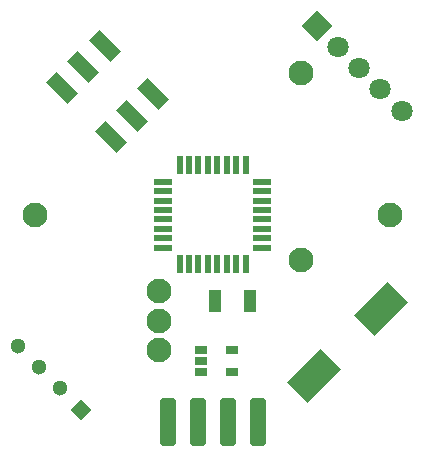
<source format=gts>
%FSLAX33Y33*%
%MOMM*%
%AMRect-W1500000-H550000-RO1.500*
21,1,1.5,0.55,0.,0.,90*%
%AMRect-W550000-H1500000-RO1.500*
21,1,0.55,1.5,0.,0.,90*%
%AMRect-W2500000-H4000000-RO0.250*
21,1,2.5,4.,0.,0.,315*%
%AMRect-W1300000-H1300000-RO1.750*
21,1,1.3,1.3,0.,0.,45*%
%AMRR-H1300000-W4000000-R120000-RO1.500*
21,1,3.76,1.3,0.,0.,90*
21,1,4.,1.06,0.,0.,90*
1,1,0.24,-0.53,-1.88*
1,1,0.24,-0.53,1.88*
1,1,0.24,0.53,1.88*
1,1,0.24,0.53,-1.88*%
%AMRect-W1800000-H1800000-RO1.750*
21,1,1.8,1.8,0.,0.,45*%
%AMRect-W1000000-H1800000-RO1.000*
21,1,1.,1.8,0.,0.,180*%
%AMRect-W2540000-H1270000-RO0.250*
21,1,2.54,1.27,0.,0.,315*%
%ADD10C,2.1*%
%ADD11Rect-W1500000-H550000-RO1.500*%
%ADD12Rect-W550000-H1500000-RO1.500*%
%ADD13R,1.X0.66*%
%ADD14Rect-W2500000-H4000000-RO0.250*%
%ADD15C,1.3*%
%ADD16Rect-W1300000-H1300000-RO1.750*%
%ADD17RR-H1300000-W4000000-R120000-RO1.500*%
%ADD18C,1.8*%
%ADD19Rect-W1800000-H1800000-RO1.750*%
%ADD20Rect-W1000000-H1800000-RO1.000*%
%ADD21Rect-W2540000-H1270000-RO0.250*%
D10*
%LNtop solder mask_traces*%
G01*
X15000Y0D03*
X7525Y-3850D03*
X-4575Y-6450D03*
X-15000Y0D03*
X7525Y12000D03*
X-4575Y-11425D03*
X-4575Y-8971D03*
%LNtop solder mask component 315c781489eea96b*%
D11*
X-2800Y-4200D03*
X-2000Y-4200D03*
X-1200Y-4200D03*
X-0400Y-4200D03*
X0400Y-4200D03*
X1200Y-4200D03*
X2000Y-4200D03*
X2800Y-4200D03*
X2800Y4200D03*
X2000Y4200D03*
X1200Y4200D03*
X0400Y4200D03*
X-0400Y4200D03*
X-1200Y4200D03*
X-2000Y4200D03*
X-2800Y4200D03*
D12*
X4200Y-2800D03*
X4200Y-2000D03*
X4200Y-1200D03*
X4200Y-0400D03*
X4200Y0400D03*
X4200Y1200D03*
X4200Y2000D03*
X4200Y2800D03*
X-4200Y2800D03*
X-4200Y2000D03*
X-4200Y1200D03*
X-4200Y0400D03*
X-4200Y-0400D03*
X-4200Y-1200D03*
X-4200Y-2000D03*
X-4200Y-2800D03*
%LNtop solder mask component c0c249d9fb733c24*%
D13*
X-0965Y-11450D03*
X-0965Y-12400D03*
X-0965Y-13350D03*
X1665Y-13350D03*
X1665Y-11450D03*
%LNtop solder mask component c3475cd38de9d97d*%
D14*
X14228Y-7972D03*
X8572Y-13628D03*
%LNtop solder mask component 7315b2cb7b9903fe*%
D15*
X-12908Y-14704D03*
X-14704Y-12908D03*
X-16500Y-11112D03*
D16*
X-11112Y-16500D03*
%LNtop solder mask component 23fd299b85ccb8f3*%
D17*
X3810Y-17522D03*
X1270Y-17522D03*
X-1270Y-17522D03*
X-3810Y-17522D03*
%LNtop solder mask component 9deb23392e05f969*%
D18*
X10604Y14196D03*
X12400Y12400D03*
X14196Y10604D03*
X15992Y8808D03*
D19*
X8808Y15992D03*
%LNtop solder mask component b4e2aa1a051a6d91*%
D20*
X3185Y-7275D03*
X0185Y-7275D03*
%LNtop solder mask component f05bc982b390cfb7*%
D21*
X-9144Y14311D03*
X-10940Y12515D03*
X-12736Y10719D03*
X-8606Y6589D03*
X-6810Y8385D03*
X-5014Y10181D03*
M02*
</source>
